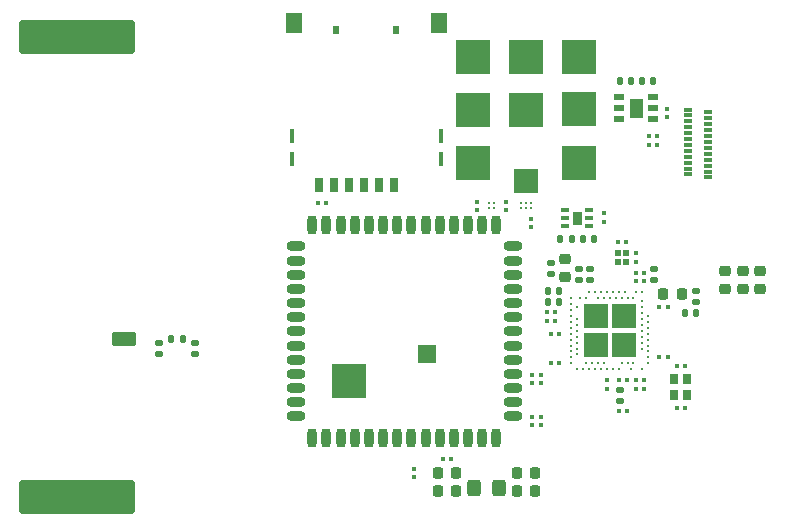
<source format=gbr>
G04 #@! TF.GenerationSoftware,KiCad,Pcbnew,7.0.7*
G04 #@! TF.CreationDate,2025-04-01T01:42:25+03:00*
G04 #@! TF.ProjectId,telemetry_box_01,74656c65-6d65-4747-9279-5f626f785f30,rev?*
G04 #@! TF.SameCoordinates,Original*
G04 #@! TF.FileFunction,Paste,Top*
G04 #@! TF.FilePolarity,Positive*
%FSLAX46Y46*%
G04 Gerber Fmt 4.6, Leading zero omitted, Abs format (unit mm)*
G04 Created by KiCad (PCBNEW 7.0.7) date 2025-04-01 01:42:25*
%MOMM*%
%LPD*%
G01*
G04 APERTURE LIST*
G04 Aperture macros list*
%AMRoundRect*
0 Rectangle with rounded corners*
0 $1 Rounding radius*
0 $2 $3 $4 $5 $6 $7 $8 $9 X,Y pos of 4 corners*
0 Add a 4 corners polygon primitive as box body*
4,1,4,$2,$3,$4,$5,$6,$7,$8,$9,$2,$3,0*
0 Add four circle primitives for the rounded corners*
1,1,$1+$1,$2,$3*
1,1,$1+$1,$4,$5*
1,1,$1+$1,$6,$7*
1,1,$1+$1,$8,$9*
0 Add four rect primitives between the rounded corners*
20,1,$1+$1,$2,$3,$4,$5,0*
20,1,$1+$1,$4,$5,$6,$7,0*
20,1,$1+$1,$6,$7,$8,$9,0*
20,1,$1+$1,$8,$9,$2,$3,0*%
G04 Aperture macros list end*
%ADD10C,0.010000*%
%ADD11C,0.280000*%
%ADD12R,3.000000X3.000000*%
%ADD13R,2.000000X2.000000*%
%ADD14R,0.250000X0.250000*%
%ADD15RoundRect,0.079500X-0.100500X0.079500X-0.100500X-0.079500X0.100500X-0.079500X0.100500X0.079500X0*%
%ADD16RoundRect,0.079500X0.100500X-0.079500X0.100500X0.079500X-0.100500X0.079500X-0.100500X-0.079500X0*%
%ADD17RoundRect,0.225000X-0.225000X-0.250000X0.225000X-0.250000X0.225000X0.250000X-0.225000X0.250000X0*%
%ADD18RoundRect,0.147500X-0.172500X0.147500X-0.172500X-0.147500X0.172500X-0.147500X0.172500X0.147500X0*%
%ADD19RoundRect,0.079500X0.079500X0.100500X-0.079500X0.100500X-0.079500X-0.100500X0.079500X-0.100500X0*%
%ADD20RoundRect,0.140000X-0.140000X-0.170000X0.140000X-0.170000X0.140000X0.170000X-0.140000X0.170000X0*%
%ADD21R,0.800000X0.900000*%
%ADD22R,0.700000X0.300000*%
%ADD23RoundRect,0.079500X-0.079500X-0.100500X0.079500X-0.100500X0.079500X0.100500X-0.079500X0.100500X0*%
%ADD24RoundRect,0.225000X0.225000X0.250000X-0.225000X0.250000X-0.225000X-0.250000X0.225000X-0.250000X0*%
%ADD25RoundRect,0.140000X0.140000X0.170000X-0.140000X0.170000X-0.140000X-0.170000X0.140000X-0.170000X0*%
%ADD26RoundRect,0.140000X0.170000X-0.140000X0.170000X0.140000X-0.170000X0.140000X-0.170000X-0.140000X0*%
%ADD27C,0.250000*%
%ADD28RoundRect,0.225000X0.250000X-0.225000X0.250000X0.225000X-0.250000X0.225000X-0.250000X-0.225000X0*%
%ADD29R,0.650000X1.150000*%
%ADD30R,0.450000X1.300000*%
%ADD31R,1.400000X1.700000*%
%ADD32R,0.540000X0.800000*%
%ADD33R,0.470000X0.520000*%
%ADD34RoundRect,0.147500X0.172500X-0.147500X0.172500X0.147500X-0.172500X0.147500X-0.172500X-0.147500X0*%
%ADD35R,1.500000X1.500000*%
%ADD36RoundRect,0.320000X0.480000X-0.080000X0.480000X0.080000X-0.480000X0.080000X-0.480000X-0.080000X0*%
%ADD37RoundRect,0.320000X0.080000X0.480000X-0.080000X0.480000X-0.080000X-0.480000X0.080000X-0.480000X0*%
%ADD38RoundRect,0.320000X-0.080000X-0.480000X0.080000X-0.480000X0.080000X0.480000X-0.080000X0.480000X0*%
%ADD39R,0.690000X0.320000*%
%ADD40RoundRect,0.250000X0.325000X0.450000X-0.325000X0.450000X-0.325000X-0.450000X0.325000X-0.450000X0*%
%ADD41RoundRect,0.218750X0.256250X-0.218750X0.256250X0.218750X-0.256250X0.218750X-0.256250X-0.218750X0*%
%ADD42RoundRect,0.140000X-0.170000X0.140000X-0.170000X-0.140000X0.170000X-0.140000X0.170000X0.140000X0*%
%ADD43RoundRect,0.157480X0.842520X-0.442520X0.842520X0.442520X-0.842520X0.442520X-0.842520X-0.442520X0*%
%ADD44RoundRect,0.380577X4.569423X-1.069423X4.569423X1.069423X-4.569423X1.069423X-4.569423X-1.069423X0*%
%ADD45RoundRect,0.218750X-0.218750X-0.256250X0.218750X-0.256250X0.218750X0.256250X-0.218750X0.256250X0*%
%ADD46RoundRect,0.020000X-0.410000X-0.180000X0.410000X-0.180000X0.410000X0.180000X-0.410000X0.180000X0*%
G04 APERTURE END LIST*
D10*
X148636000Y-78356000D02*
X148004000Y-78356000D01*
X148004000Y-77344000D01*
X148636000Y-77344000D01*
X148636000Y-78356000D01*
G36*
X148636000Y-78356000D02*
G01*
X148004000Y-78356000D01*
X148004000Y-77344000D01*
X148636000Y-77344000D01*
X148636000Y-78356000D01*
G37*
X153863800Y-69297900D02*
X152836200Y-69297900D01*
X152836200Y-67802100D01*
X153863800Y-67802100D01*
X153863800Y-69297900D01*
G36*
X153863800Y-69297900D02*
G01*
X152836200Y-69297900D01*
X152836200Y-67802100D01*
X153863800Y-67802100D01*
X153863800Y-69297900D01*
G37*
D11*
X140870000Y-76600000D03*
X141270000Y-76600000D03*
X140870000Y-77000000D03*
X141270000Y-77000000D03*
D12*
X139500000Y-64200000D03*
X144000000Y-64200000D03*
X148500000Y-64200000D03*
X139500000Y-68700000D03*
X144000000Y-68700000D03*
X148500000Y-68650000D03*
X139500000Y-73200000D03*
X148500000Y-73200000D03*
D13*
X144000000Y-74700000D03*
D14*
X143600000Y-77000000D03*
X144000000Y-77000000D03*
X144400000Y-77000000D03*
X144400000Y-76600000D03*
X144000000Y-76600000D03*
X143600000Y-76600000D03*
D15*
X144400000Y-78645000D03*
X144400000Y-77955000D03*
D16*
X142270000Y-76455000D03*
X142270000Y-77145000D03*
D17*
X144775000Y-100950000D03*
X143225000Y-100950000D03*
D18*
X152000000Y-92415000D03*
X152000000Y-93385000D03*
D19*
X155100000Y-71695000D03*
X154410000Y-71695000D03*
D20*
X157470000Y-85900000D03*
X158430000Y-85900000D03*
D21*
X157650000Y-92850000D03*
X157650000Y-91450000D03*
X156550000Y-91450000D03*
X156550000Y-92850000D03*
D22*
X157690000Y-74165000D03*
X157690000Y-73665000D03*
X157690000Y-73165000D03*
X157690000Y-72665000D03*
X157690000Y-72165000D03*
X157690000Y-71665000D03*
X157690000Y-71165000D03*
X157690000Y-70665000D03*
X157690000Y-70165000D03*
X157690000Y-69665000D03*
X157690000Y-69165000D03*
X157690000Y-68665000D03*
X159390000Y-68915000D03*
X159390000Y-69415000D03*
X159390000Y-69915000D03*
X159390000Y-70415000D03*
X159390000Y-70915000D03*
X159390000Y-71415000D03*
X159390000Y-71915000D03*
X159390000Y-72415000D03*
X159390000Y-72915000D03*
X159390000Y-73415000D03*
X159390000Y-73915000D03*
X159390000Y-74415000D03*
D19*
X127095000Y-76600000D03*
X126405000Y-76600000D03*
D15*
X144550000Y-94710000D03*
X144550000Y-95400000D03*
X150850000Y-91605000D03*
X150850000Y-92295000D03*
D16*
X145250000Y-95400000D03*
X145250000Y-94710000D03*
D23*
X145805000Y-85850000D03*
X146495000Y-85850000D03*
D15*
X150570000Y-78150000D03*
X150570000Y-77460000D03*
D24*
X138075000Y-100950000D03*
X136525000Y-100950000D03*
D25*
X154780000Y-66250000D03*
X153820000Y-66250000D03*
D26*
X149450000Y-83130000D03*
X149450000Y-82170000D03*
D13*
X152312500Y-86187500D03*
X149887500Y-86187500D03*
X152312500Y-88612500D03*
X149887500Y-88612500D03*
D27*
X154350000Y-86150000D03*
X154350000Y-86650000D03*
X154350000Y-87150000D03*
X154350000Y-87650000D03*
X154350000Y-88150000D03*
X154350000Y-88650000D03*
X154350000Y-89150000D03*
X154350000Y-89650000D03*
X154350000Y-90150000D03*
X148850000Y-90650000D03*
X148600000Y-84650000D03*
X148350000Y-85400000D03*
X148350000Y-86400000D03*
X148350000Y-86900000D03*
X148350000Y-87400000D03*
X148350000Y-87900000D03*
X148350000Y-88400000D03*
X148350000Y-88900000D03*
X148350000Y-89400000D03*
X148350000Y-90650000D03*
X147850000Y-84650000D03*
X147850000Y-85150000D03*
X147850000Y-85650000D03*
X147850000Y-86150000D03*
X147850000Y-86650000D03*
X147850000Y-87150000D03*
X147850000Y-87650000D03*
X147850000Y-88150000D03*
X147850000Y-88650000D03*
X147850000Y-89150000D03*
X147850000Y-89650000D03*
X147850000Y-90150000D03*
X153850000Y-84150000D03*
X153850000Y-84900000D03*
X153850000Y-85400000D03*
X153850000Y-85900000D03*
X153850000Y-86400000D03*
X153850000Y-86900000D03*
X153850000Y-87400000D03*
X153850000Y-87900000D03*
X153850000Y-88400000D03*
X153850000Y-88900000D03*
X153850000Y-90650000D03*
X153350000Y-84150000D03*
X153100000Y-84650000D03*
X153100000Y-90150000D03*
X152850000Y-90650000D03*
X152600000Y-84650000D03*
X152600000Y-90150000D03*
X152350000Y-84150000D03*
X152100000Y-84650000D03*
X152100000Y-90150000D03*
X151850000Y-84150000D03*
X151850000Y-90650000D03*
X151600000Y-84650000D03*
X151350000Y-84150000D03*
X151350000Y-90650000D03*
X151100000Y-84650000D03*
X150850000Y-84150000D03*
X150850000Y-90650000D03*
X150600000Y-84650000D03*
X150600000Y-90150000D03*
X150350000Y-84150000D03*
X150350000Y-90650000D03*
X150100000Y-84650000D03*
X150100000Y-90150000D03*
X149850000Y-84150000D03*
X149850000Y-90650000D03*
X149600000Y-90150000D03*
X149350000Y-84150000D03*
X149350000Y-90650000D03*
X149100000Y-84650000D03*
X149100000Y-90150000D03*
D24*
X138075000Y-99450000D03*
X136525000Y-99450000D03*
D23*
X156755000Y-90400000D03*
X157445000Y-90400000D03*
D28*
X163850000Y-82325000D03*
X163850000Y-83875000D03*
D29*
X127740000Y-75047500D03*
X130280000Y-75047500D03*
X132820000Y-75047500D03*
X126470000Y-75047500D03*
X129010000Y-75047500D03*
X131550000Y-75047500D03*
D30*
X124225000Y-72877500D03*
X124225000Y-70877500D03*
X136765000Y-72877500D03*
X136765000Y-70877500D03*
D31*
X136600000Y-61317500D03*
X124390000Y-61317500D03*
D32*
X127955000Y-61897500D03*
X133035000Y-61897500D03*
D15*
X144550000Y-91110000D03*
X144550000Y-91800000D03*
D25*
X148820000Y-79600000D03*
X149780000Y-79600000D03*
D28*
X160850000Y-82325000D03*
X160850000Y-83875000D03*
D19*
X137645000Y-98250000D03*
X136955000Y-98250000D03*
D33*
X152435000Y-81610000D03*
X152435000Y-80790000D03*
X151765000Y-80790000D03*
X151765000Y-81610000D03*
D34*
X112950000Y-89385000D03*
X112950000Y-88415000D03*
D25*
X114930000Y-88100000D03*
X113970000Y-88100000D03*
X146830000Y-85000000D03*
X145870000Y-85000000D03*
D20*
X151940000Y-66250000D03*
X152900000Y-66250000D03*
D28*
X162350000Y-82325000D03*
X162350000Y-83875000D03*
D35*
X135600000Y-89350000D03*
D12*
X129000000Y-91650000D03*
D36*
X124500000Y-94650000D03*
X124500000Y-93450000D03*
X124500000Y-92250000D03*
X124500000Y-91050000D03*
X124500000Y-89850000D03*
X124500000Y-88650000D03*
X124500000Y-87450000D03*
X124500000Y-86250000D03*
X124500000Y-85050000D03*
X124500000Y-83850000D03*
X124500000Y-82650000D03*
X124500000Y-81450000D03*
X124500000Y-80250000D03*
D37*
X125900000Y-78450000D03*
X127100000Y-78450000D03*
X128300000Y-78450000D03*
X129500000Y-78450000D03*
X130700000Y-78450000D03*
X131900000Y-78450000D03*
X133100000Y-78450000D03*
X134300000Y-78450000D03*
X135500000Y-78450000D03*
X136700000Y-78450000D03*
X137900000Y-78450000D03*
X139100000Y-78450000D03*
X140300000Y-78450000D03*
X141500000Y-78450000D03*
D36*
X142900000Y-80250000D03*
X142900000Y-81450000D03*
X142900000Y-82650000D03*
X142900000Y-83850000D03*
X142900000Y-85050000D03*
X142900000Y-86250000D03*
X142900000Y-87450000D03*
X142900000Y-88650000D03*
X142900000Y-89850000D03*
X142900000Y-91050000D03*
X142900000Y-92250000D03*
X142900000Y-93450000D03*
X142900000Y-94650000D03*
D38*
X141500000Y-96450000D03*
X140300000Y-96450000D03*
X139100000Y-96450000D03*
X137900000Y-96450000D03*
X136700000Y-96450000D03*
X135500000Y-96450000D03*
X134300000Y-96450000D03*
X133100000Y-96450000D03*
X131900000Y-96450000D03*
X130700000Y-96450000D03*
X129500000Y-96450000D03*
X128300000Y-96450000D03*
X127100000Y-96450000D03*
X125900000Y-96450000D03*
D39*
X147300000Y-78500000D03*
X147300000Y-77850000D03*
X147300000Y-77200000D03*
X149340000Y-77200000D03*
X149340000Y-77850000D03*
X149340000Y-78500000D03*
D16*
X139870000Y-76455000D03*
X139870000Y-77145000D03*
D19*
X157445000Y-93900000D03*
X156755000Y-93900000D03*
D23*
X151905000Y-91600000D03*
X152595000Y-91600000D03*
D40*
X139625000Y-100700000D03*
X141675000Y-100700000D03*
D16*
X153300000Y-81545000D03*
X153300000Y-80855000D03*
D23*
X155305000Y-89650000D03*
X155995000Y-89650000D03*
D41*
X147300000Y-82887500D03*
X147300000Y-81312500D03*
D18*
X158400000Y-84015000D03*
X158400000Y-84985000D03*
D23*
X155305000Y-85400000D03*
X155995000Y-85400000D03*
D15*
X153300000Y-91605000D03*
X153300000Y-92295000D03*
D19*
X146795000Y-90150000D03*
X146105000Y-90150000D03*
D17*
X144775000Y-99450000D03*
X143225000Y-99450000D03*
D25*
X146830000Y-84050000D03*
X145870000Y-84050000D03*
D19*
X155100000Y-70950000D03*
X154410000Y-70950000D03*
D42*
X115950000Y-88420000D03*
X115950000Y-89380000D03*
D23*
X151755000Y-79900000D03*
X152445000Y-79900000D03*
D43*
X110000000Y-88100000D03*
D44*
X106000000Y-101500000D03*
X106000000Y-62500000D03*
D16*
X145250000Y-91800000D03*
X145250000Y-91110000D03*
D15*
X155900000Y-68605000D03*
X155900000Y-69295000D03*
D16*
X153300000Y-83195000D03*
X153300000Y-82505000D03*
X154000000Y-83195000D03*
X154000000Y-82505000D03*
D23*
X151905000Y-94200000D03*
X152595000Y-94200000D03*
D45*
X155612500Y-84300000D03*
X157187500Y-84300000D03*
D15*
X154000000Y-91605000D03*
X154000000Y-92295000D03*
D19*
X146495000Y-86550000D03*
X145805000Y-86550000D03*
D26*
X148500000Y-83130000D03*
X148500000Y-82170000D03*
D16*
X134550000Y-99795000D03*
X134550000Y-99105000D03*
D26*
X154850000Y-83130000D03*
X154850000Y-82170000D03*
D42*
X146100000Y-81620000D03*
X146100000Y-82580000D03*
D19*
X146795000Y-87650000D03*
X146105000Y-87650000D03*
D20*
X146910000Y-79600000D03*
X147870000Y-79600000D03*
D46*
X151915000Y-67600000D03*
X151915000Y-68550000D03*
X151915000Y-69500000D03*
X154785000Y-69500000D03*
X154785000Y-68550000D03*
X154785000Y-67600000D03*
M02*

</source>
